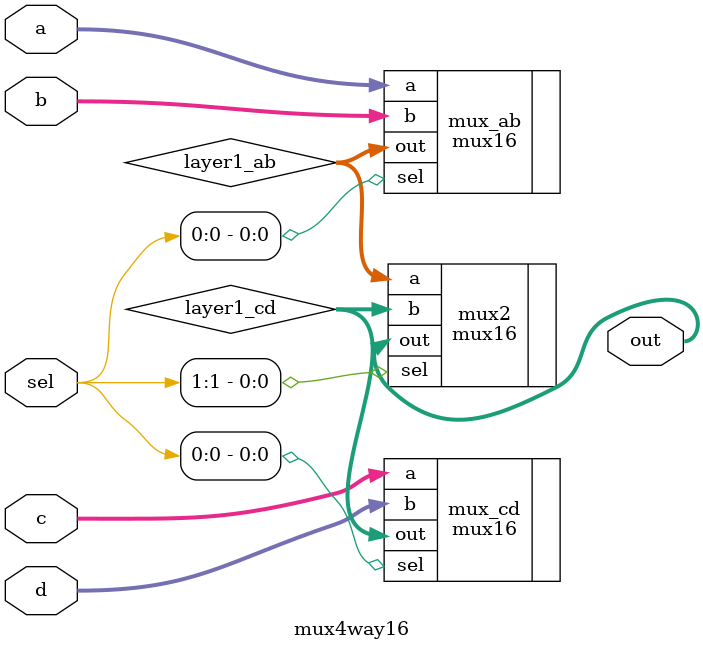
<source format=v>
/* select between 4 16-bit inputs */
module mux4way16(
    input wire [15:0] a,
    input wire [15:0] b,
    input wire [15:0] c,
    input wire [15:0] d,
    input wire [1:0] sel,
    output wire [15:0] out
);
    wire [15: 0] layer1_ab, layer1_cd;
    mux16 mux_ab (
        .a(a),
        .b(b),
        .sel(sel[0]),
        .out(layer1_ab)
    );
    mux16 mux_cd (
        .a(c),
        .b(d),
        .sel(sel[0]),
        .out(layer1_cd)
    );
    mux16 mux2 (
        .a(layer1_ab),
        .b(layer1_cd),
        .sel(sel[1]),
        .out(out)
    );
endmodule
</source>
